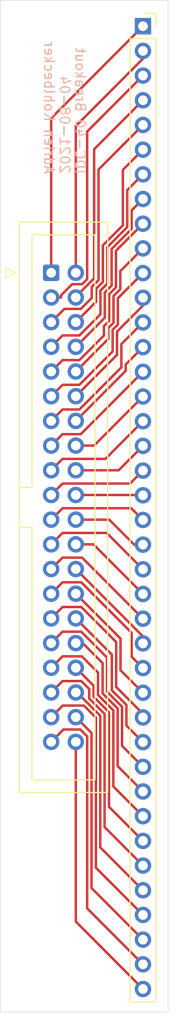
<source format=kicad_pcb>
(kicad_pcb (version 20171130) (host pcbnew "(5.1.10-1-10_14)")

  (general
    (thickness 1.6)
    (drawings 5)
    (tracks 189)
    (zones 0)
    (modules 2)
    (nets 41)
  )

  (page A4)
  (layers
    (0 F.Cu signal)
    (31 B.Cu signal)
    (32 B.Adhes user)
    (33 F.Adhes user)
    (34 B.Paste user)
    (35 F.Paste user)
    (36 B.SilkS user)
    (37 F.SilkS user)
    (38 B.Mask user)
    (39 F.Mask user)
    (40 Dwgs.User user)
    (41 Cmts.User user)
    (42 Eco1.User user)
    (43 Eco2.User user)
    (44 Edge.Cuts user)
    (45 Margin user)
    (46 B.CrtYd user)
    (47 F.CrtYd user)
    (48 B.Fab user)
    (49 F.Fab user)
  )

  (setup
    (last_trace_width 0.25)
    (trace_clearance 0.2)
    (zone_clearance 0.508)
    (zone_45_only no)
    (trace_min 0.2)
    (via_size 0.8)
    (via_drill 0.4)
    (via_min_size 0.4)
    (via_min_drill 0.3)
    (uvia_size 0.3)
    (uvia_drill 0.1)
    (uvias_allowed no)
    (uvia_min_size 0.2)
    (uvia_min_drill 0.1)
    (edge_width 0.05)
    (segment_width 0.2)
    (pcb_text_width 0.3)
    (pcb_text_size 1.5 1.5)
    (mod_edge_width 0.12)
    (mod_text_size 1 1)
    (mod_text_width 0.15)
    (pad_size 1.524 1.524)
    (pad_drill 0.762)
    (pad_to_mask_clearance 0)
    (aux_axis_origin 0 0)
    (visible_elements FFFFFF7F)
    (pcbplotparams
      (layerselection 0x010fc_ffffffff)
      (usegerberextensions false)
      (usegerberattributes true)
      (usegerberadvancedattributes true)
      (creategerberjobfile true)
      (excludeedgelayer true)
      (linewidth 0.100000)
      (plotframeref false)
      (viasonmask false)
      (mode 1)
      (useauxorigin false)
      (hpglpennumber 1)
      (hpglpenspeed 20)
      (hpglpendiameter 15.000000)
      (psnegative false)
      (psa4output false)
      (plotreference true)
      (plotvalue true)
      (plotinvisibletext false)
      (padsonsilk false)
      (subtractmaskfromsilk false)
      (outputformat 1)
      (mirror false)
      (drillshape 0)
      (scaleselection 1)
      (outputdirectory "gerbers"))
  )

  (net 0 "")
  (net 1 "Net-(J1-Pad40)")
  (net 2 "Net-(J1-Pad39)")
  (net 3 "Net-(J1-Pad38)")
  (net 4 "Net-(J1-Pad37)")
  (net 5 "Net-(J1-Pad36)")
  (net 6 "Net-(J1-Pad35)")
  (net 7 "Net-(J1-Pad34)")
  (net 8 "Net-(J1-Pad33)")
  (net 9 "Net-(J1-Pad32)")
  (net 10 "Net-(J1-Pad31)")
  (net 11 "Net-(J1-Pad30)")
  (net 12 "Net-(J1-Pad29)")
  (net 13 "Net-(J1-Pad28)")
  (net 14 "Net-(J1-Pad27)")
  (net 15 "Net-(J1-Pad26)")
  (net 16 "Net-(J1-Pad25)")
  (net 17 "Net-(J1-Pad24)")
  (net 18 "Net-(J1-Pad23)")
  (net 19 "Net-(J1-Pad22)")
  (net 20 "Net-(J1-Pad21)")
  (net 21 "Net-(J1-Pad20)")
  (net 22 "Net-(J1-Pad19)")
  (net 23 "Net-(J1-Pad18)")
  (net 24 "Net-(J1-Pad17)")
  (net 25 "Net-(J1-Pad16)")
  (net 26 "Net-(J1-Pad15)")
  (net 27 "Net-(J1-Pad14)")
  (net 28 "Net-(J1-Pad13)")
  (net 29 "Net-(J1-Pad12)")
  (net 30 "Net-(J1-Pad11)")
  (net 31 "Net-(J1-Pad10)")
  (net 32 "Net-(J1-Pad9)")
  (net 33 "Net-(J1-Pad8)")
  (net 34 "Net-(J1-Pad7)")
  (net 35 "Net-(J1-Pad6)")
  (net 36 "Net-(J1-Pad5)")
  (net 37 "Net-(J1-Pad4)")
  (net 38 "Net-(J1-Pad3)")
  (net 39 "Net-(J1-Pad2)")
  (net 40 "Net-(J1-Pad1)")

  (net_class Default "This is the default net class."
    (clearance 0.2)
    (trace_width 0.25)
    (via_dia 0.8)
    (via_drill 0.4)
    (uvia_dia 0.3)
    (uvia_drill 0.1)
    (add_net "Net-(J1-Pad1)")
    (add_net "Net-(J1-Pad10)")
    (add_net "Net-(J1-Pad11)")
    (add_net "Net-(J1-Pad12)")
    (add_net "Net-(J1-Pad13)")
    (add_net "Net-(J1-Pad14)")
    (add_net "Net-(J1-Pad15)")
    (add_net "Net-(J1-Pad16)")
    (add_net "Net-(J1-Pad17)")
    (add_net "Net-(J1-Pad18)")
    (add_net "Net-(J1-Pad19)")
    (add_net "Net-(J1-Pad2)")
    (add_net "Net-(J1-Pad20)")
    (add_net "Net-(J1-Pad21)")
    (add_net "Net-(J1-Pad22)")
    (add_net "Net-(J1-Pad23)")
    (add_net "Net-(J1-Pad24)")
    (add_net "Net-(J1-Pad25)")
    (add_net "Net-(J1-Pad26)")
    (add_net "Net-(J1-Pad27)")
    (add_net "Net-(J1-Pad28)")
    (add_net "Net-(J1-Pad29)")
    (add_net "Net-(J1-Pad3)")
    (add_net "Net-(J1-Pad30)")
    (add_net "Net-(J1-Pad31)")
    (add_net "Net-(J1-Pad32)")
    (add_net "Net-(J1-Pad33)")
    (add_net "Net-(J1-Pad34)")
    (add_net "Net-(J1-Pad35)")
    (add_net "Net-(J1-Pad36)")
    (add_net "Net-(J1-Pad37)")
    (add_net "Net-(J1-Pad38)")
    (add_net "Net-(J1-Pad39)")
    (add_net "Net-(J1-Pad4)")
    (add_net "Net-(J1-Pad40)")
    (add_net "Net-(J1-Pad5)")
    (add_net "Net-(J1-Pad6)")
    (add_net "Net-(J1-Pad7)")
    (add_net "Net-(J1-Pad8)")
    (add_net "Net-(J1-Pad9)")
  )

  (module Connector_IDC:IDC-Header_2x20_P2.54mm_Vertical (layer F.Cu) (tedit 5EAC9A07) (tstamp 610E0D4D)
    (at 94.0816 65.786)
    (descr "Through hole IDC box header, 2x20, 2.54mm pitch, DIN 41651 / IEC 60603-13, double rows, https://docs.google.com/spreadsheets/d/16SsEcesNF15N3Lb4niX7dcUr-NY5_MFPQhobNuNppn4/edit#gid=0")
    (tags "Through hole vertical IDC box header THT 2x20 2.54mm double row")
    (path /619C7316)
    (fp_text reference J2 (at 1.27 -6.1) (layer F.SilkS) hide
      (effects (font (size 1 1) (thickness 0.15)))
    )
    (fp_text value Conn_01x40 (at 1.27 54.36) (layer F.Fab)
      (effects (font (size 1 1) (thickness 0.15)))
    )
    (fp_text user %R (at 1.27 24.13 90) (layer F.Fab)
      (effects (font (size 1 1) (thickness 0.15)))
    )
    (fp_line (start -3.18 -4.1) (end -2.18 -5.1) (layer F.Fab) (width 0.1))
    (fp_line (start -2.18 -5.1) (end 5.72 -5.1) (layer F.Fab) (width 0.1))
    (fp_line (start 5.72 -5.1) (end 5.72 53.36) (layer F.Fab) (width 0.1))
    (fp_line (start 5.72 53.36) (end -3.18 53.36) (layer F.Fab) (width 0.1))
    (fp_line (start -3.18 53.36) (end -3.18 -4.1) (layer F.Fab) (width 0.1))
    (fp_line (start -3.18 22.08) (end -1.98 22.08) (layer F.Fab) (width 0.1))
    (fp_line (start -1.98 22.08) (end -1.98 -3.91) (layer F.Fab) (width 0.1))
    (fp_line (start -1.98 -3.91) (end 4.52 -3.91) (layer F.Fab) (width 0.1))
    (fp_line (start 4.52 -3.91) (end 4.52 52.17) (layer F.Fab) (width 0.1))
    (fp_line (start 4.52 52.17) (end -1.98 52.17) (layer F.Fab) (width 0.1))
    (fp_line (start -1.98 52.17) (end -1.98 26.18) (layer F.Fab) (width 0.1))
    (fp_line (start -1.98 26.18) (end -1.98 26.18) (layer F.Fab) (width 0.1))
    (fp_line (start -1.98 26.18) (end -3.18 26.18) (layer F.Fab) (width 0.1))
    (fp_line (start -3.29 -5.21) (end 5.83 -5.21) (layer F.SilkS) (width 0.12))
    (fp_line (start 5.83 -5.21) (end 5.83 53.47) (layer F.SilkS) (width 0.12))
    (fp_line (start 5.83 53.47) (end -3.29 53.47) (layer F.SilkS) (width 0.12))
    (fp_line (start -3.29 53.47) (end -3.29 -5.21) (layer F.SilkS) (width 0.12))
    (fp_line (start -3.29 22.08) (end -1.98 22.08) (layer F.SilkS) (width 0.12))
    (fp_line (start -1.98 22.08) (end -1.98 -3.91) (layer F.SilkS) (width 0.12))
    (fp_line (start -1.98 -3.91) (end 4.52 -3.91) (layer F.SilkS) (width 0.12))
    (fp_line (start 4.52 -3.91) (end 4.52 52.17) (layer F.SilkS) (width 0.12))
    (fp_line (start 4.52 52.17) (end -1.98 52.17) (layer F.SilkS) (width 0.12))
    (fp_line (start -1.98 52.17) (end -1.98 26.18) (layer F.SilkS) (width 0.12))
    (fp_line (start -1.98 26.18) (end -1.98 26.18) (layer F.SilkS) (width 0.12))
    (fp_line (start -1.98 26.18) (end -3.29 26.18) (layer F.SilkS) (width 0.12))
    (fp_line (start -3.68 0) (end -4.68 -0.5) (layer F.SilkS) (width 0.12))
    (fp_line (start -4.68 -0.5) (end -4.68 0.5) (layer F.SilkS) (width 0.12))
    (fp_line (start -4.68 0.5) (end -3.68 0) (layer F.SilkS) (width 0.12))
    (fp_line (start -3.68 -5.6) (end -3.68 53.86) (layer F.CrtYd) (width 0.05))
    (fp_line (start -3.68 53.86) (end 6.22 53.86) (layer F.CrtYd) (width 0.05))
    (fp_line (start 6.22 53.86) (end 6.22 -5.6) (layer F.CrtYd) (width 0.05))
    (fp_line (start 6.22 -5.6) (end -3.68 -5.6) (layer F.CrtYd) (width 0.05))
    (pad 40 thru_hole circle (at 2.54 48.26) (size 1.7 1.7) (drill 1) (layers *.Cu *.Mask)
      (net 1 "Net-(J1-Pad40)"))
    (pad 38 thru_hole circle (at 2.54 45.72) (size 1.7 1.7) (drill 1) (layers *.Cu *.Mask)
      (net 3 "Net-(J1-Pad38)"))
    (pad 36 thru_hole circle (at 2.54 43.18) (size 1.7 1.7) (drill 1) (layers *.Cu *.Mask)
      (net 5 "Net-(J1-Pad36)"))
    (pad 34 thru_hole circle (at 2.54 40.64) (size 1.7 1.7) (drill 1) (layers *.Cu *.Mask)
      (net 7 "Net-(J1-Pad34)"))
    (pad 32 thru_hole circle (at 2.54 38.1) (size 1.7 1.7) (drill 1) (layers *.Cu *.Mask)
      (net 9 "Net-(J1-Pad32)"))
    (pad 30 thru_hole circle (at 2.54 35.56) (size 1.7 1.7) (drill 1) (layers *.Cu *.Mask)
      (net 11 "Net-(J1-Pad30)"))
    (pad 28 thru_hole circle (at 2.54 33.02) (size 1.7 1.7) (drill 1) (layers *.Cu *.Mask)
      (net 13 "Net-(J1-Pad28)"))
    (pad 26 thru_hole circle (at 2.54 30.48) (size 1.7 1.7) (drill 1) (layers *.Cu *.Mask)
      (net 15 "Net-(J1-Pad26)"))
    (pad 24 thru_hole circle (at 2.54 27.94) (size 1.7 1.7) (drill 1) (layers *.Cu *.Mask)
      (net 17 "Net-(J1-Pad24)"))
    (pad 22 thru_hole circle (at 2.54 25.4) (size 1.7 1.7) (drill 1) (layers *.Cu *.Mask)
      (net 19 "Net-(J1-Pad22)"))
    (pad 20 thru_hole circle (at 2.54 22.86) (size 1.7 1.7) (drill 1) (layers *.Cu *.Mask)
      (net 21 "Net-(J1-Pad20)"))
    (pad 18 thru_hole circle (at 2.54 20.32) (size 1.7 1.7) (drill 1) (layers *.Cu *.Mask)
      (net 23 "Net-(J1-Pad18)"))
    (pad 16 thru_hole circle (at 2.54 17.78) (size 1.7 1.7) (drill 1) (layers *.Cu *.Mask)
      (net 25 "Net-(J1-Pad16)"))
    (pad 14 thru_hole circle (at 2.54 15.24) (size 1.7 1.7) (drill 1) (layers *.Cu *.Mask)
      (net 27 "Net-(J1-Pad14)"))
    (pad 12 thru_hole circle (at 2.54 12.7) (size 1.7 1.7) (drill 1) (layers *.Cu *.Mask)
      (net 29 "Net-(J1-Pad12)"))
    (pad 10 thru_hole circle (at 2.54 10.16) (size 1.7 1.7) (drill 1) (layers *.Cu *.Mask)
      (net 31 "Net-(J1-Pad10)"))
    (pad 8 thru_hole circle (at 2.54 7.62) (size 1.7 1.7) (drill 1) (layers *.Cu *.Mask)
      (net 33 "Net-(J1-Pad8)"))
    (pad 6 thru_hole circle (at 2.54 5.08) (size 1.7 1.7) (drill 1) (layers *.Cu *.Mask)
      (net 35 "Net-(J1-Pad6)"))
    (pad 4 thru_hole circle (at 2.54 2.54) (size 1.7 1.7) (drill 1) (layers *.Cu *.Mask)
      (net 37 "Net-(J1-Pad4)"))
    (pad 2 thru_hole circle (at 2.54 0) (size 1.7 1.7) (drill 1) (layers *.Cu *.Mask)
      (net 39 "Net-(J1-Pad2)"))
    (pad 39 thru_hole circle (at 0 48.26) (size 1.7 1.7) (drill 1) (layers *.Cu *.Mask)
      (net 2 "Net-(J1-Pad39)"))
    (pad 37 thru_hole circle (at 0 45.72) (size 1.7 1.7) (drill 1) (layers *.Cu *.Mask)
      (net 4 "Net-(J1-Pad37)"))
    (pad 35 thru_hole circle (at 0 43.18) (size 1.7 1.7) (drill 1) (layers *.Cu *.Mask)
      (net 6 "Net-(J1-Pad35)"))
    (pad 33 thru_hole circle (at 0 40.64) (size 1.7 1.7) (drill 1) (layers *.Cu *.Mask)
      (net 8 "Net-(J1-Pad33)"))
    (pad 31 thru_hole circle (at 0 38.1) (size 1.7 1.7) (drill 1) (layers *.Cu *.Mask)
      (net 10 "Net-(J1-Pad31)"))
    (pad 29 thru_hole circle (at 0 35.56) (size 1.7 1.7) (drill 1) (layers *.Cu *.Mask)
      (net 12 "Net-(J1-Pad29)"))
    (pad 27 thru_hole circle (at 0 33.02) (size 1.7 1.7) (drill 1) (layers *.Cu *.Mask)
      (net 14 "Net-(J1-Pad27)"))
    (pad 25 thru_hole circle (at 0 30.48) (size 1.7 1.7) (drill 1) (layers *.Cu *.Mask)
      (net 16 "Net-(J1-Pad25)"))
    (pad 23 thru_hole circle (at 0 27.94) (size 1.7 1.7) (drill 1) (layers *.Cu *.Mask)
      (net 18 "Net-(J1-Pad23)"))
    (pad 21 thru_hole circle (at 0 25.4) (size 1.7 1.7) (drill 1) (layers *.Cu *.Mask)
      (net 20 "Net-(J1-Pad21)"))
    (pad 19 thru_hole circle (at 0 22.86) (size 1.7 1.7) (drill 1) (layers *.Cu *.Mask)
      (net 22 "Net-(J1-Pad19)"))
    (pad 17 thru_hole circle (at 0 20.32) (size 1.7 1.7) (drill 1) (layers *.Cu *.Mask)
      (net 24 "Net-(J1-Pad17)"))
    (pad 15 thru_hole circle (at 0 17.78) (size 1.7 1.7) (drill 1) (layers *.Cu *.Mask)
      (net 26 "Net-(J1-Pad15)"))
    (pad 13 thru_hole circle (at 0 15.24) (size 1.7 1.7) (drill 1) (layers *.Cu *.Mask)
      (net 28 "Net-(J1-Pad13)"))
    (pad 11 thru_hole circle (at 0 12.7) (size 1.7 1.7) (drill 1) (layers *.Cu *.Mask)
      (net 30 "Net-(J1-Pad11)"))
    (pad 9 thru_hole circle (at 0 10.16) (size 1.7 1.7) (drill 1) (layers *.Cu *.Mask)
      (net 32 "Net-(J1-Pad9)"))
    (pad 7 thru_hole circle (at 0 7.62) (size 1.7 1.7) (drill 1) (layers *.Cu *.Mask)
      (net 34 "Net-(J1-Pad7)"))
    (pad 5 thru_hole circle (at 0 5.08) (size 1.7 1.7) (drill 1) (layers *.Cu *.Mask)
      (net 36 "Net-(J1-Pad5)"))
    (pad 3 thru_hole circle (at 0 2.54) (size 1.7 1.7) (drill 1) (layers *.Cu *.Mask)
      (net 38 "Net-(J1-Pad3)"))
    (pad 1 thru_hole roundrect (at 0 0) (size 1.7 1.7) (drill 1) (layers *.Cu *.Mask) (roundrect_rratio 0.1470588235294118)
      (net 40 "Net-(J1-Pad1)"))
    (model ${KISYS3DMOD}/Connector_IDC.3dshapes/IDC-Header_2x20_P2.54mm_Vertical.wrl
      (at (xyz 0 0 0))
      (scale (xyz 1 1 1))
      (rotate (xyz 0 0 0))
    )
  )

  (module Connector_PinSocket_2.54mm:PinSocket_1x40_P2.54mm_Vertical (layer F.Cu) (tedit 5A19A42B) (tstamp 610E0A11)
    (at 103.5558 40.416)
    (descr "Through hole straight socket strip, 1x40, 2.54mm pitch, single row (from Kicad 4.0.7), script generated")
    (tags "Through hole socket strip THT 1x40 2.54mm single row")
    (path /619C84E0)
    (fp_text reference J1 (at 0 -2.77) (layer F.SilkS) hide
      (effects (font (size 1 1) (thickness 0.15)))
    )
    (fp_text value Conn_01x40 (at 0 101.83) (layer F.Fab)
      (effects (font (size 1 1) (thickness 0.15)))
    )
    (fp_text user %R (at 0 49.53 90) (layer F.Fab)
      (effects (font (size 1 1) (thickness 0.15)))
    )
    (fp_line (start -1.27 -1.27) (end 0.635 -1.27) (layer F.Fab) (width 0.1))
    (fp_line (start 0.635 -1.27) (end 1.27 -0.635) (layer F.Fab) (width 0.1))
    (fp_line (start 1.27 -0.635) (end 1.27 100.33) (layer F.Fab) (width 0.1))
    (fp_line (start 1.27 100.33) (end -1.27 100.33) (layer F.Fab) (width 0.1))
    (fp_line (start -1.27 100.33) (end -1.27 -1.27) (layer F.Fab) (width 0.1))
    (fp_line (start -1.33 1.27) (end 1.33 1.27) (layer F.SilkS) (width 0.12))
    (fp_line (start -1.33 1.27) (end -1.33 100.39) (layer F.SilkS) (width 0.12))
    (fp_line (start -1.33 100.39) (end 1.33 100.39) (layer F.SilkS) (width 0.12))
    (fp_line (start 1.33 1.27) (end 1.33 100.39) (layer F.SilkS) (width 0.12))
    (fp_line (start 1.33 -1.33) (end 1.33 0) (layer F.SilkS) (width 0.12))
    (fp_line (start 0 -1.33) (end 1.33 -1.33) (layer F.SilkS) (width 0.12))
    (fp_line (start -1.8 -1.8) (end 1.75 -1.8) (layer F.CrtYd) (width 0.05))
    (fp_line (start 1.75 -1.8) (end 1.75 100.8) (layer F.CrtYd) (width 0.05))
    (fp_line (start 1.75 100.8) (end -1.8 100.8) (layer F.CrtYd) (width 0.05))
    (fp_line (start -1.8 100.8) (end -1.8 -1.8) (layer F.CrtYd) (width 0.05))
    (pad 40 thru_hole oval (at 0 99.06) (size 1.7 1.7) (drill 1) (layers *.Cu *.Mask)
      (net 1 "Net-(J1-Pad40)"))
    (pad 39 thru_hole oval (at 0 96.52) (size 1.7 1.7) (drill 1) (layers *.Cu *.Mask)
      (net 2 "Net-(J1-Pad39)"))
    (pad 38 thru_hole oval (at 0 93.98) (size 1.7 1.7) (drill 1) (layers *.Cu *.Mask)
      (net 3 "Net-(J1-Pad38)"))
    (pad 37 thru_hole oval (at 0 91.44) (size 1.7 1.7) (drill 1) (layers *.Cu *.Mask)
      (net 4 "Net-(J1-Pad37)"))
    (pad 36 thru_hole oval (at 0 88.9) (size 1.7 1.7) (drill 1) (layers *.Cu *.Mask)
      (net 5 "Net-(J1-Pad36)"))
    (pad 35 thru_hole oval (at 0 86.36) (size 1.7 1.7) (drill 1) (layers *.Cu *.Mask)
      (net 6 "Net-(J1-Pad35)"))
    (pad 34 thru_hole oval (at 0 83.82) (size 1.7 1.7) (drill 1) (layers *.Cu *.Mask)
      (net 7 "Net-(J1-Pad34)"))
    (pad 33 thru_hole oval (at 0 81.28) (size 1.7 1.7) (drill 1) (layers *.Cu *.Mask)
      (net 8 "Net-(J1-Pad33)"))
    (pad 32 thru_hole oval (at 0 78.74) (size 1.7 1.7) (drill 1) (layers *.Cu *.Mask)
      (net 9 "Net-(J1-Pad32)"))
    (pad 31 thru_hole oval (at 0 76.2) (size 1.7 1.7) (drill 1) (layers *.Cu *.Mask)
      (net 10 "Net-(J1-Pad31)"))
    (pad 30 thru_hole oval (at 0 73.66) (size 1.7 1.7) (drill 1) (layers *.Cu *.Mask)
      (net 11 "Net-(J1-Pad30)"))
    (pad 29 thru_hole oval (at 0 71.12) (size 1.7 1.7) (drill 1) (layers *.Cu *.Mask)
      (net 12 "Net-(J1-Pad29)"))
    (pad 28 thru_hole oval (at 0 68.58) (size 1.7 1.7) (drill 1) (layers *.Cu *.Mask)
      (net 13 "Net-(J1-Pad28)"))
    (pad 27 thru_hole oval (at 0 66.04) (size 1.7 1.7) (drill 1) (layers *.Cu *.Mask)
      (net 14 "Net-(J1-Pad27)"))
    (pad 26 thru_hole oval (at 0 63.5) (size 1.7 1.7) (drill 1) (layers *.Cu *.Mask)
      (net 15 "Net-(J1-Pad26)"))
    (pad 25 thru_hole oval (at 0 60.96) (size 1.7 1.7) (drill 1) (layers *.Cu *.Mask)
      (net 16 "Net-(J1-Pad25)"))
    (pad 24 thru_hole oval (at 0 58.42) (size 1.7 1.7) (drill 1) (layers *.Cu *.Mask)
      (net 17 "Net-(J1-Pad24)"))
    (pad 23 thru_hole oval (at 0 55.88) (size 1.7 1.7) (drill 1) (layers *.Cu *.Mask)
      (net 18 "Net-(J1-Pad23)"))
    (pad 22 thru_hole oval (at 0 53.34) (size 1.7 1.7) (drill 1) (layers *.Cu *.Mask)
      (net 19 "Net-(J1-Pad22)"))
    (pad 21 thru_hole oval (at 0 50.8) (size 1.7 1.7) (drill 1) (layers *.Cu *.Mask)
      (net 20 "Net-(J1-Pad21)"))
    (pad 20 thru_hole oval (at 0 48.26) (size 1.7 1.7) (drill 1) (layers *.Cu *.Mask)
      (net 21 "Net-(J1-Pad20)"))
    (pad 19 thru_hole oval (at 0 45.72) (size 1.7 1.7) (drill 1) (layers *.Cu *.Mask)
      (net 22 "Net-(J1-Pad19)"))
    (pad 18 thru_hole oval (at 0 43.18) (size 1.7 1.7) (drill 1) (layers *.Cu *.Mask)
      (net 23 "Net-(J1-Pad18)"))
    (pad 17 thru_hole oval (at 0 40.64) (size 1.7 1.7) (drill 1) (layers *.Cu *.Mask)
      (net 24 "Net-(J1-Pad17)"))
    (pad 16 thru_hole oval (at 0 38.1) (size 1.7 1.7) (drill 1) (layers *.Cu *.Mask)
      (net 25 "Net-(J1-Pad16)"))
    (pad 15 thru_hole oval (at 0 35.56) (size 1.7 1.7) (drill 1) (layers *.Cu *.Mask)
      (net 26 "Net-(J1-Pad15)"))
    (pad 14 thru_hole oval (at 0 33.02) (size 1.7 1.7) (drill 1) (layers *.Cu *.Mask)
      (net 27 "Net-(J1-Pad14)"))
    (pad 13 thru_hole oval (at 0 30.48) (size 1.7 1.7) (drill 1) (layers *.Cu *.Mask)
      (net 28 "Net-(J1-Pad13)"))
    (pad 12 thru_hole oval (at 0 27.94) (size 1.7 1.7) (drill 1) (layers *.Cu *.Mask)
      (net 29 "Net-(J1-Pad12)"))
    (pad 11 thru_hole oval (at 0 25.4) (size 1.7 1.7) (drill 1) (layers *.Cu *.Mask)
      (net 30 "Net-(J1-Pad11)"))
    (pad 10 thru_hole oval (at 0 22.86) (size 1.7 1.7) (drill 1) (layers *.Cu *.Mask)
      (net 31 "Net-(J1-Pad10)"))
    (pad 9 thru_hole oval (at 0 20.32) (size 1.7 1.7) (drill 1) (layers *.Cu *.Mask)
      (net 32 "Net-(J1-Pad9)"))
    (pad 8 thru_hole oval (at 0 17.78) (size 1.7 1.7) (drill 1) (layers *.Cu *.Mask)
      (net 33 "Net-(J1-Pad8)"))
    (pad 7 thru_hole oval (at 0 15.24) (size 1.7 1.7) (drill 1) (layers *.Cu *.Mask)
      (net 34 "Net-(J1-Pad7)"))
    (pad 6 thru_hole oval (at 0 12.7) (size 1.7 1.7) (drill 1) (layers *.Cu *.Mask)
      (net 35 "Net-(J1-Pad6)"))
    (pad 5 thru_hole oval (at 0 10.16) (size 1.7 1.7) (drill 1) (layers *.Cu *.Mask)
      (net 36 "Net-(J1-Pad5)"))
    (pad 4 thru_hole oval (at 0 7.62) (size 1.7 1.7) (drill 1) (layers *.Cu *.Mask)
      (net 37 "Net-(J1-Pad4)"))
    (pad 3 thru_hole oval (at 0 5.08) (size 1.7 1.7) (drill 1) (layers *.Cu *.Mask)
      (net 38 "Net-(J1-Pad3)"))
    (pad 2 thru_hole oval (at 0 2.54) (size 1.7 1.7) (drill 1) (layers *.Cu *.Mask)
      (net 39 "Net-(J1-Pad2)"))
    (pad 1 thru_hole rect (at 0 0) (size 1.7 1.7) (drill 1) (layers *.Cu *.Mask)
      (net 40 "Net-(J1-Pad1)"))
    (model ${KISYS3DMOD}/Connector_PinSocket_2.54mm.3dshapes/PinSocket_1x40_P2.54mm_Vertical.wrl
      (at (xyz 0 0 0))
      (scale (xyz 1 1 1))
      (rotate (xyz 0 0 0))
    )
  )

  (gr_text "IDC-40 Breakout\n2021-08-04\nAdrien Kohlbecker" (at 95.4786 55.7022 -90) (layer B.SilkS)
    (effects (font (size 1 1) (thickness 0.15)) (justify left mirror))
  )
  (gr_line (start 106.1466 141.8336) (end 106.1466 37.7444) (layer Edge.Cuts) (width 0.05))
  (gr_line (start 88.8238 141.8336) (end 106.1466 141.8336) (layer Edge.Cuts) (width 0.05))
  (gr_line (start 88.8238 37.7444) (end 88.8238 141.8336) (layer Edge.Cuts) (width 0.05))
  (gr_line (start 106.1466 37.7444) (end 88.8238 37.7444) (layer Edge.Cuts) (width 0.05))

  (segment (start 103.5558 139.4714) (end 103.5558 139.476) (width 0.25) (layer F.Cu) (net 1))
  (segment (start 96.6216 132.5372) (end 103.5558 139.4714) (width 0.25) (layer F.Cu) (net 1))
  (segment (start 96.6216 114.046) (end 96.6216 132.5372) (width 0.25) (layer F.Cu) (net 1))
  (segment (start 94.0816 114.046) (end 95.3516 112.776) (width 0.25) (layer F.Cu) (net 2))
  (segment (start 97.090602 112.776) (end 97.796601 113.481999) (width 0.25) (layer F.Cu) (net 2))
  (segment (start 97.796601 113.481999) (end 97.796601 131.176801) (width 0.25) (layer F.Cu) (net 2))
  (segment (start 97.796601 131.176801) (end 103.5558 136.936) (width 0.25) (layer F.Cu) (net 2))
  (segment (start 95.3516 112.776) (end 97.090602 112.776) (width 0.25) (layer F.Cu) (net 2))
  (segment (start 98.246612 113.131012) (end 98.246612 129.086812) (width 0.25) (layer F.Cu) (net 3))
  (segment (start 98.246612 129.086812) (end 102.705801 133.546001) (width 0.25) (layer F.Cu) (net 3))
  (segment (start 102.705801 133.546001) (end 103.5558 134.396) (width 0.25) (layer F.Cu) (net 3))
  (segment (start 96.6216 111.506) (end 98.246612 113.131012) (width 0.25) (layer F.Cu) (net 3))
  (segment (start 102.705801 131.006001) (end 103.5558 131.856) (width 0.25) (layer F.Cu) (net 4))
  (segment (start 94.0816 111.506) (end 95.2754 110.3122) (width 0.25) (layer F.Cu) (net 4))
  (segment (start 98.696623 126.996823) (end 102.705801 131.006001) (width 0.25) (layer F.Cu) (net 4))
  (segment (start 97.4598 110.3122) (end 98.696623 111.549023) (width 0.25) (layer F.Cu) (net 4))
  (segment (start 98.696623 111.549023) (end 98.696623 126.996823) (width 0.25) (layer F.Cu) (net 4))
  (segment (start 95.2754 110.3122) (end 97.4598 110.3122) (width 0.25) (layer F.Cu) (net 4))
  (segment (start 99.146634 124.906834) (end 102.705801 128.466001) (width 0.25) (layer F.Cu) (net 5))
  (segment (start 99.146634 111.362623) (end 99.146634 124.906834) (width 0.25) (layer F.Cu) (net 5))
  (segment (start 96.75001 108.966) (end 99.146634 111.362623) (width 0.25) (layer F.Cu) (net 5))
  (segment (start 102.705801 128.466001) (end 103.5558 129.316) (width 0.25) (layer F.Cu) (net 5))
  (segment (start 96.6216 108.966) (end 96.75001 108.966) (width 0.25) (layer F.Cu) (net 5))
  (segment (start 102.705801 125.926001) (end 103.5558 126.776) (width 0.25) (layer F.Cu) (net 6))
  (segment (start 99.596645 111.176223) (end 99.596645 122.816845) (width 0.25) (layer F.Cu) (net 6))
  (segment (start 99.596645 122.816845) (end 102.705801 125.926001) (width 0.25) (layer F.Cu) (net 6))
  (segment (start 97.185601 107.790999) (end 98.011409 108.616807) (width 0.25) (layer F.Cu) (net 6))
  (segment (start 95.256601 107.790999) (end 97.185601 107.790999) (width 0.25) (layer F.Cu) (net 6))
  (segment (start 98.011409 109.590987) (end 99.596645 111.176223) (width 0.25) (layer F.Cu) (net 6))
  (segment (start 98.011409 108.616807) (end 98.011409 109.590987) (width 0.25) (layer F.Cu) (net 6))
  (segment (start 94.0816 108.966) (end 95.256601 107.790999) (width 0.25) (layer F.Cu) (net 6))
  (segment (start 102.705801 123.386001) (end 103.5558 124.236) (width 0.25) (layer F.Cu) (net 7))
  (segment (start 100.046656 120.726856) (end 102.705801 123.386001) (width 0.25) (layer F.Cu) (net 7))
  (segment (start 98.46142 109.404587) (end 100.046656 110.989823) (width 0.25) (layer F.Cu) (net 7))
  (segment (start 96.6216 106.426) (end 98.46142 108.26582) (width 0.25) (layer F.Cu) (net 7))
  (segment (start 100.046656 110.989823) (end 100.046656 120.726856) (width 0.25) (layer F.Cu) (net 7))
  (segment (start 98.46142 108.26582) (end 98.46142 109.404587) (width 0.25) (layer F.Cu) (net 7))
  (segment (start 100.496667 118.636867) (end 103.5558 121.696) (width 0.25) (layer F.Cu) (net 8))
  (segment (start 100.496667 110.803423) (end 100.496667 118.636867) (width 0.25) (layer F.Cu) (net 8))
  (segment (start 98.911431 109.218187) (end 100.496667 110.803423) (width 0.25) (layer F.Cu) (net 8))
  (segment (start 94.0816 106.426) (end 95.256601 105.250999) (width 0.25) (layer F.Cu) (net 8))
  (segment (start 98.911431 106.913842) (end 98.911431 109.218187) (width 0.25) (layer F.Cu) (net 8))
  (segment (start 95.256601 105.250999) (end 97.248588 105.250999) (width 0.25) (layer F.Cu) (net 8))
  (segment (start 97.248588 105.250999) (end 98.911431 106.913842) (width 0.25) (layer F.Cu) (net 8))
  (segment (start 99.3902 109.060546) (end 100.946678 110.617023) (width 0.25) (layer F.Cu) (net 9))
  (segment (start 100.946678 110.617023) (end 100.946678 116.546878) (width 0.25) (layer F.Cu) (net 9))
  (segment (start 99.3902 105.9434) (end 99.3902 109.060546) (width 0.25) (layer F.Cu) (net 9))
  (segment (start 97.3328 103.886) (end 99.3902 105.9434) (width 0.25) (layer F.Cu) (net 9))
  (segment (start 100.946678 116.546878) (end 103.5558 119.156) (width 0.25) (layer F.Cu) (net 9))
  (segment (start 96.6216 103.886) (end 97.3328 103.886) (width 0.25) (layer F.Cu) (net 9))
  (segment (start 101.396689 114.456889) (end 103.5558 116.616) (width 0.25) (layer F.Cu) (net 10))
  (segment (start 99.840211 108.874145) (end 101.396689 110.430623) (width 0.25) (layer F.Cu) (net 10))
  (segment (start 99.840211 105.365609) (end 99.840211 108.874145) (width 0.25) (layer F.Cu) (net 10))
  (segment (start 97.185601 102.710999) (end 99.840211 105.365609) (width 0.25) (layer F.Cu) (net 10))
  (segment (start 101.396689 110.430623) (end 101.396689 114.456889) (width 0.25) (layer F.Cu) (net 10))
  (segment (start 95.256601 102.710999) (end 97.185601 102.710999) (width 0.25) (layer F.Cu) (net 10))
  (segment (start 94.0816 103.886) (end 95.256601 102.710999) (width 0.25) (layer F.Cu) (net 10))
  (segment (start 100.341022 105.065422) (end 100.341022 108.738545) (width 0.25) (layer F.Cu) (net 11))
  (segment (start 101.8467 112.3669) (end 103.5558 114.076) (width 0.25) (layer F.Cu) (net 11))
  (segment (start 101.8467 110.244223) (end 101.8467 112.3669) (width 0.25) (layer F.Cu) (net 11))
  (segment (start 96.6216 101.346) (end 100.341022 105.065422) (width 0.25) (layer F.Cu) (net 11))
  (segment (start 100.341022 108.738545) (end 101.8467 110.244223) (width 0.25) (layer F.Cu) (net 11))
  (segment (start 95.256601 100.170999) (end 97.185601 100.170999) (width 0.25) (layer F.Cu) (net 12))
  (segment (start 100.791033 108.401157) (end 103.5558 111.165924) (width 0.25) (layer F.Cu) (net 12))
  (segment (start 94.0816 101.346) (end 95.256601 100.170999) (width 0.25) (layer F.Cu) (net 12))
  (segment (start 97.185601 100.170999) (end 100.791033 103.776431) (width 0.25) (layer F.Cu) (net 12))
  (segment (start 103.5558 111.165924) (end 103.5558 111.536) (width 0.25) (layer F.Cu) (net 12))
  (segment (start 100.791033 103.776431) (end 100.791033 108.401157) (width 0.25) (layer F.Cu) (net 12))
  (segment (start 96.6216 98.806) (end 101.241044 103.425444) (width 0.25) (layer F.Cu) (net 13))
  (segment (start 101.241044 103.425444) (end 101.241044 106.681244) (width 0.25) (layer F.Cu) (net 13))
  (segment (start 101.241044 106.681244) (end 103.5558 108.996) (width 0.25) (layer F.Cu) (net 13))
  (segment (start 102.380799 105.280999) (end 103.5558 106.456) (width 0.25) (layer F.Cu) (net 14))
  (segment (start 102.380799 102.826197) (end 102.380799 105.280999) (width 0.25) (layer F.Cu) (net 14))
  (segment (start 95.256601 97.630999) (end 97.185601 97.630999) (width 0.25) (layer F.Cu) (net 14))
  (segment (start 94.0816 98.806) (end 95.256601 97.630999) (width 0.25) (layer F.Cu) (net 14))
  (segment (start 97.185601 97.630999) (end 102.380799 102.826197) (width 0.25) (layer F.Cu) (net 14))
  (segment (start 96.6216 96.266) (end 103.5558 103.2002) (width 0.25) (layer F.Cu) (net 15))
  (segment (start 103.5558 103.2002) (end 103.5558 103.916) (width 0.25) (layer F.Cu) (net 15))
  (segment (start 97.270799 95.090999) (end 103.5558 101.376) (width 0.25) (layer F.Cu) (net 16))
  (segment (start 95.256601 95.090999) (end 97.270799 95.090999) (width 0.25) (layer F.Cu) (net 16))
  (segment (start 94.0816 96.266) (end 95.256601 95.090999) (width 0.25) (layer F.Cu) (net 16))
  (segment (start 98.4458 93.726) (end 103.5558 98.836) (width 0.25) (layer F.Cu) (net 17))
  (segment (start 96.6216 93.726) (end 98.4458 93.726) (width 0.25) (layer F.Cu) (net 17))
  (segment (start 99.810799 92.550999) (end 103.5558 96.296) (width 0.25) (layer F.Cu) (net 18))
  (segment (start 95.256601 92.550999) (end 99.810799 92.550999) (width 0.25) (layer F.Cu) (net 18))
  (segment (start 94.0816 93.726) (end 95.256601 92.550999) (width 0.25) (layer F.Cu) (net 18))
  (segment (start 96.6216 91.186) (end 100.076 91.186) (width 0.25) (layer F.Cu) (net 19))
  (segment (start 102.646 93.756) (end 103.5558 93.756) (width 0.25) (layer F.Cu) (net 19))
  (segment (start 100.076 91.186) (end 102.646 93.756) (width 0.25) (layer F.Cu) (net 19))
  (segment (start 102.350799 90.010999) (end 103.5558 91.216) (width 0.25) (layer F.Cu) (net 20))
  (segment (start 95.256601 90.010999) (end 102.350799 90.010999) (width 0.25) (layer F.Cu) (net 20))
  (segment (start 94.0816 91.186) (end 95.256601 90.010999) (width 0.25) (layer F.Cu) (net 20))
  (segment (start 103.5258 88.646) (end 103.5558 88.676) (width 0.25) (layer F.Cu) (net 21))
  (segment (start 96.6216 88.646) (end 103.5258 88.646) (width 0.25) (layer F.Cu) (net 21))
  (segment (start 102.220801 87.470999) (end 103.5558 86.136) (width 0.25) (layer F.Cu) (net 22))
  (segment (start 95.256601 87.470999) (end 102.220801 87.470999) (width 0.25) (layer F.Cu) (net 22))
  (segment (start 94.0816 88.646) (end 95.256601 87.470999) (width 0.25) (layer F.Cu) (net 22))
  (segment (start 101.0458 86.106) (end 103.5558 83.596) (width 0.25) (layer F.Cu) (net 23))
  (segment (start 96.6216 86.106) (end 101.0458 86.106) (width 0.25) (layer F.Cu) (net 23))
  (segment (start 99.680801 84.930999) (end 103.5558 81.056) (width 0.25) (layer F.Cu) (net 24))
  (segment (start 95.256601 84.930999) (end 99.680801 84.930999) (width 0.25) (layer F.Cu) (net 24))
  (segment (start 94.0816 86.106) (end 95.256601 84.930999) (width 0.25) (layer F.Cu) (net 24))
  (segment (start 98.5058 83.566) (end 103.5558 78.516) (width 0.25) (layer F.Cu) (net 25))
  (segment (start 96.6216 83.566) (end 98.5058 83.566) (width 0.25) (layer F.Cu) (net 25))
  (segment (start 97.140801 82.390999) (end 103.5558 75.976) (width 0.25) (layer F.Cu) (net 26))
  (segment (start 95.256601 82.390999) (end 97.140801 82.390999) (width 0.25) (layer F.Cu) (net 26))
  (segment (start 94.0816 83.566) (end 95.256601 82.390999) (width 0.25) (layer F.Cu) (net 26))
  (segment (start 101.7778 75.214) (end 103.5558 73.436) (width 0.25) (layer F.Cu) (net 27))
  (segment (start 96.6216 81.026) (end 101.7778 75.8698) (width 0.25) (layer F.Cu) (net 27))
  (segment (start 101.7778 75.8698) (end 101.7778 75.214) (width 0.25) (layer F.Cu) (net 27))
  (segment (start 101.327789 73.124011) (end 103.5558 70.896) (width 0.25) (layer F.Cu) (net 28))
  (segment (start 101.327789 75.518813) (end 101.327789 73.124011) (width 0.25) (layer F.Cu) (net 28))
  (segment (start 96.995603 79.850999) (end 101.327789 75.518813) (width 0.25) (layer F.Cu) (net 28))
  (segment (start 95.256601 79.850999) (end 96.995603 79.850999) (width 0.25) (layer F.Cu) (net 28))
  (segment (start 94.0816 81.026) (end 95.256601 79.850999) (width 0.25) (layer F.Cu) (net 28))
  (segment (start 103.5558 69.156998) (end 103.5558 68.356) (width 0.25) (layer F.Cu) (net 29))
  (segment (start 100.877778 74.229822) (end 100.877778 71.83502) (width 0.25) (layer F.Cu) (net 29))
  (segment (start 96.6216 78.486) (end 100.877778 74.229822) (width 0.25) (layer F.Cu) (net 29))
  (segment (start 100.877778 71.83502) (end 103.5558 69.156998) (width 0.25) (layer F.Cu) (net 29))
  (segment (start 100.965 68.4068) (end 103.5558 65.816) (width 0.25) (layer F.Cu) (net 30))
  (segment (start 100.965 71.111387) (end 100.965 68.4068) (width 0.25) (layer F.Cu) (net 30))
  (segment (start 100.427767 73.878835) (end 100.427767 71.64862) (width 0.25) (layer F.Cu) (net 30))
  (segment (start 95.256601 77.310999) (end 96.995603 77.310999) (width 0.25) (layer F.Cu) (net 30))
  (segment (start 94.0816 78.486) (end 95.256601 77.310999) (width 0.25) (layer F.Cu) (net 30))
  (segment (start 96.995603 77.310999) (end 100.427767 73.878835) (width 0.25) (layer F.Cu) (net 30))
  (segment (start 100.427767 71.64862) (end 100.965 71.111387) (width 0.25) (layer F.Cu) (net 30))
  (segment (start 99.977756 71.46222) (end 100.514989 70.924988) (width 0.25) (layer F.Cu) (net 31))
  (segment (start 100.514989 70.924988) (end 100.514989 68.176286) (width 0.25) (layer F.Cu) (net 31))
  (segment (start 100.514989 68.176286) (end 101.219475 67.471801) (width 0.25) (layer F.Cu) (net 31))
  (segment (start 96.6216 75.946) (end 99.977756 72.589844) (width 0.25) (layer F.Cu) (net 31))
  (segment (start 99.977756 72.589844) (end 99.977756 71.46222) (width 0.25) (layer F.Cu) (net 31))
  (segment (start 101.219475 67.471801) (end 101.219475 65.612324) (width 0.25) (layer F.Cu) (net 31))
  (segment (start 101.219475 65.612324) (end 103.5558 63.276) (width 0.25) (layer F.Cu) (net 31))
  (segment (start 100.769464 67.285401) (end 100.769464 63.522336) (width 0.25) (layer F.Cu) (net 32))
  (segment (start 100.769464 63.522336) (end 103.5558 60.736) (width 0.25) (layer F.Cu) (net 32))
  (segment (start 100.064978 70.738588) (end 100.064978 67.989886) (width 0.25) (layer F.Cu) (net 32))
  (segment (start 96.995603 74.770999) (end 99.527745 72.238857) (width 0.25) (layer F.Cu) (net 32))
  (segment (start 95.256601 74.770999) (end 96.995603 74.770999) (width 0.25) (layer F.Cu) (net 32))
  (segment (start 100.064978 67.989886) (end 100.769464 67.285401) (width 0.25) (layer F.Cu) (net 32))
  (segment (start 99.527745 72.238857) (end 99.527746 71.275819) (width 0.25) (layer F.Cu) (net 32))
  (segment (start 99.527746 71.275819) (end 100.064978 70.738588) (width 0.25) (layer F.Cu) (net 32))
  (segment (start 94.0816 75.946) (end 95.256601 74.770999) (width 0.25) (layer F.Cu) (net 32))
  (segment (start 100.319453 67.099001) (end 100.319453 63.335937) (width 0.25) (layer F.Cu) (net 33))
  (segment (start 102.380799 59.371001) (end 103.5558 58.196) (width 0.25) (layer F.Cu) (net 33))
  (segment (start 96.6216 73.406) (end 99.614967 70.412633) (width 0.25) (layer F.Cu) (net 33))
  (segment (start 100.319453 63.335937) (end 102.380799 61.274591) (width 0.25) (layer F.Cu) (net 33))
  (segment (start 99.614967 67.803486) (end 100.319453 67.099001) (width 0.25) (layer F.Cu) (net 33))
  (segment (start 99.614967 70.412633) (end 99.614967 67.803486) (width 0.25) (layer F.Cu) (net 33))
  (segment (start 102.380799 61.274591) (end 102.380799 59.371001) (width 0.25) (layer F.Cu) (net 33))
  (segment (start 95.256601 72.230999) (end 96.995603 72.230999) (width 0.25) (layer F.Cu) (net 34))
  (segment (start 101.930788 61.088191) (end 101.930788 57.281012) (width 0.25) (layer F.Cu) (net 34))
  (segment (start 96.995603 72.230999) (end 99.164956 70.061646) (width 0.25) (layer F.Cu) (net 34))
  (segment (start 99.164956 67.617086) (end 99.869442 66.912601) (width 0.25) (layer F.Cu) (net 34))
  (segment (start 99.164956 70.061646) (end 99.164956 67.617086) (width 0.25) (layer F.Cu) (net 34))
  (segment (start 99.869442 63.149537) (end 101.930788 61.088191) (width 0.25) (layer F.Cu) (net 34))
  (segment (start 94.0816 73.406) (end 95.256601 72.230999) (width 0.25) (layer F.Cu) (net 34))
  (segment (start 99.869442 66.912601) (end 99.869442 63.149537) (width 0.25) (layer F.Cu) (net 34))
  (segment (start 101.930788 57.281012) (end 103.5558 55.656) (width 0.25) (layer F.Cu) (net 34))
  (segment (start 96.6216 70.866) (end 98.714945 68.772655) (width 0.25) (layer F.Cu) (net 35))
  (segment (start 98.714945 68.772655) (end 98.714945 67.430686) (width 0.25) (layer F.Cu) (net 35))
  (segment (start 98.714945 67.430686) (end 99.419431 66.726201) (width 0.25) (layer F.Cu) (net 35))
  (segment (start 99.419431 66.726201) (end 99.419431 62.963137) (width 0.25) (layer F.Cu) (net 35))
  (segment (start 99.419431 62.963137) (end 101.480777 60.901791) (width 0.25) (layer F.Cu) (net 35))
  (segment (start 101.480777 60.901791) (end 101.480777 55.191023) (width 0.25) (layer F.Cu) (net 35))
  (segment (start 101.480777 55.191023) (end 102.705801 53.965999) (width 0.25) (layer F.Cu) (net 35))
  (segment (start 102.705801 53.965999) (end 103.5558 53.116) (width 0.25) (layer F.Cu) (net 35))
  (segment (start 97.141344 69.501001) (end 95.446599 69.501001) (width 0.25) (layer F.Cu) (net 36))
  (segment (start 98.96942 66.539801) (end 98.264934 67.244286) (width 0.25) (layer F.Cu) (net 36))
  (segment (start 95.446599 69.501001) (end 94.0816 70.866) (width 0.25) (layer F.Cu) (net 36))
  (segment (start 98.264934 67.244286) (end 98.264934 68.377412) (width 0.25) (layer F.Cu) (net 36))
  (segment (start 98.264934 68.377412) (end 97.141344 69.501001) (width 0.25) (layer F.Cu) (net 36))
  (segment (start 103.5558 50.576) (end 98.96942 55.16238) (width 0.25) (layer F.Cu) (net 36))
  (segment (start 98.96942 55.16238) (end 98.96942 66.539801) (width 0.25) (layer F.Cu) (net 36))
  (segment (start 103.5558 48.036) (end 98.519409 53.072391) (width 0.25) (layer F.Cu) (net 37))
  (segment (start 98.519409 53.072391) (end 98.519409 66.353401) (width 0.25) (layer F.Cu) (net 37))
  (segment (start 98.519409 66.353401) (end 96.6216 68.25121) (width 0.25) (layer F.Cu) (net 37))
  (segment (start 96.6216 68.25121) (end 96.6216 68.326) (width 0.25) (layer F.Cu) (net 37))
  (segment (start 94.0816 68.326) (end 95.0976 68.326) (width 0.25) (layer F.Cu) (net 38))
  (segment (start 95.0976 68.326) (end 95.0976 68.110998) (width 0.25) (layer F.Cu) (net 38))
  (segment (start 96.247597 66.961001) (end 97.275399 66.961001) (width 0.25) (layer F.Cu) (net 38))
  (segment (start 95.0976 68.110998) (end 96.247597 66.961001) (width 0.25) (layer F.Cu) (net 38))
  (segment (start 97.796601 51.255199) (end 103.5558 45.496) (width 0.25) (layer F.Cu) (net 38))
  (segment (start 97.796601 66.439799) (end 97.796601 51.255199) (width 0.25) (layer F.Cu) (net 38))
  (segment (start 97.275399 66.961001) (end 97.796601 66.439799) (width 0.25) (layer F.Cu) (net 38))
  (segment (start 103.5558 43.756998) (end 103.5558 42.956) (width 0.25) (layer F.Cu) (net 39))
  (segment (start 96.6216 50.691198) (end 103.5558 43.756998) (width 0.25) (layer F.Cu) (net 39))
  (segment (start 96.6216 65.786) (end 96.6216 50.691198) (width 0.25) (layer F.Cu) (net 39))
  (segment (start 94.0816 49.8902) (end 94.0816 65.786) (width 0.25) (layer F.Cu) (net 40))
  (segment (start 103.5558 40.416) (end 94.0816 49.8902) (width 0.25) (layer F.Cu) (net 40))

)

</source>
